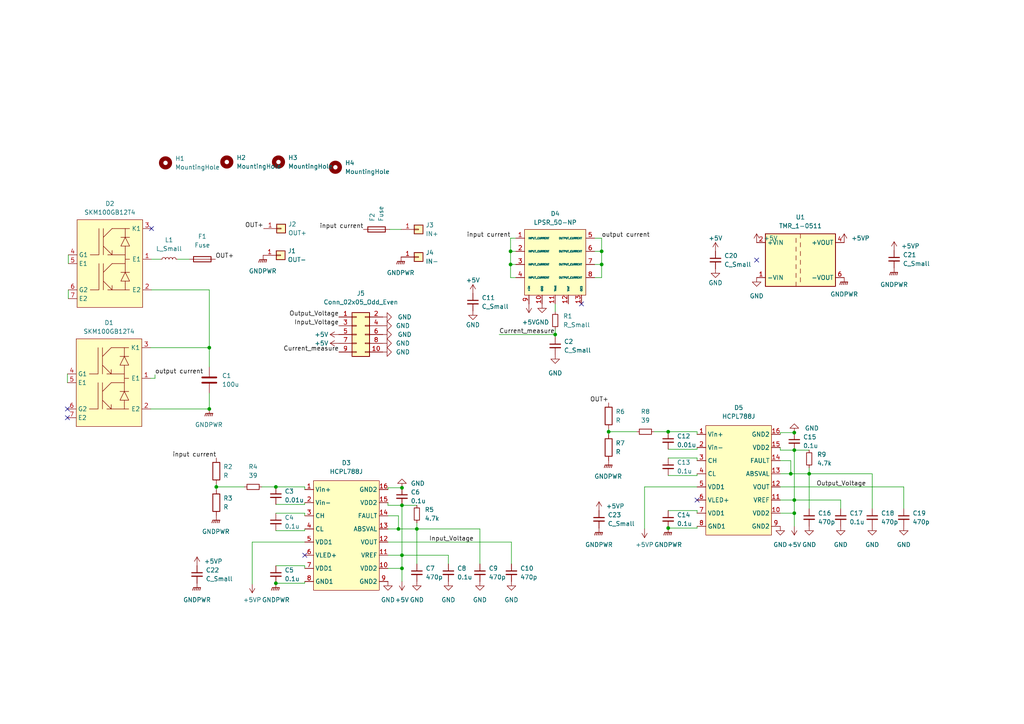
<source format=kicad_sch>
(kicad_sch (version 20211123) (generator eeschema)
  (paper "A4")
  (lib_symbols
    (symbol "Connector_Generic:Conn_01x01" (pin_names (offset 1.016) hide)
      (property "Reference" "J" (at 0 2.54 0))
      (property "Value" "Conn_01x01" (at 0 -2.54 0))
      (symbol "Conn_01x01_1_1"
        (rectangle (start -1.27 0.127) (end 0 -0.127) (stroke (width 0.1524)))
        (rectangle (start -1.27 1.27) (end 1.27 -1.27) (stroke (width 0.254)) (fill (type background)))
        (pin passive line (at -5.08 0 0) (length 3.81) (name "Pin_1") (number "1"))
      )
    )
    (symbol "Connector_Generic:Conn_02x05_Odd_Even" (pin_names (offset 1.016) hide)
      (property "Reference" "J" (at 1.27 7.62 0))
      (property "Value" "Conn_02x05_Odd_Even" (at 1.27 -7.62 0))
      (symbol "Conn_02x05_Odd_Even_1_1"
        (rectangle (start -1.27 -4.953) (end 0 -5.207) (stroke (width 0.1524)))
        (rectangle (start -1.27 -2.413) (end 0 -2.667) (stroke (width 0.1524)))
        (rectangle (start -1.27 0.127) (end 0 -0.127) (stroke (width 0.1524)))
        (rectangle (start -1.27 2.667) (end 0 2.413) (stroke (width 0.1524)))
        (rectangle (start -1.27 5.207) (end 0 4.953) (stroke (width 0.1524)))
        (rectangle (start -1.27 6.35) (end 3.81 -6.35) (stroke (width 0.254)) (fill (type background)))
        (rectangle (start 3.81 -4.953) (end 2.54 -5.207) (stroke (width 0.1524)))
        (rectangle (start 3.81 -2.413) (end 2.54 -2.667) (stroke (width 0.1524)))
        (rectangle (start 3.81 0.127) (end 2.54 -0.127) (stroke (width 0.1524)))
        (rectangle (start 3.81 2.667) (end 2.54 2.413) (stroke (width 0.1524)))
        (rectangle (start 3.81 5.207) (end 2.54 4.953) (stroke (width 0.1524)))
        (pin passive line (at -5.08 5.08 0) (length 3.81) (name "Pin_1") (number "1"))
        (pin passive line (at 7.62 -5.08 180) (length 3.81) (name "Pin_10") (number "10"))
        (pin passive line (at 7.62 5.08 180) (length 3.81) (name "Pin_2") (number "2"))
        (pin passive line (at -5.08 2.54 0) (length 3.81) (name "Pin_3") (number "3"))
        (pin passive line (at 7.62 2.54 180) (length 3.81) (name "Pin_4") (number "4"))
        (pin passive line (at -5.08 0 0) (length 3.81) (name "Pin_5") (number "5"))
        (pin passive line (at 7.62 0 180) (length 3.81) (name "Pin_6") (number "6"))
        (pin passive line (at -5.08 -2.54 0) (length 3.81) (name "Pin_7") (number "7"))
        (pin passive line (at 7.62 -2.54 180) (length 3.81) (name "Pin_8") (number "8"))
        (pin passive line (at -5.08 -5.08 0) (length 3.81) (name "Pin_9") (number "9"))
      )
    )
    (symbol "Device:C" (pin_numbers hide) (pin_names (offset 0.254))
      (property "Reference" "C" (at 0.635 2.54 0))
      (property "Value" "C" (at 0.635 -2.54 0))
      (symbol "C_0_1"
        (polyline (pts (xy -2.032 -0.762) (xy 2.032 -0.762)) (stroke (width 0.508)))
        (polyline (pts (xy -2.032 0.762) (xy 2.032 0.762)) (stroke (width 0.508)))
      )
      (symbol "C_1_1"
        (pin passive line (at 0 3.81 270) (length 2.794) (name "~") (number "1"))
        (pin passive line (at 0 -3.81 90) (length 2.794) (name "~") (number "2"))
      )
    )
    (symbol "Device:C_Small" (pin_numbers hide) (pin_names (offset 0.254) hide)
      (property "Reference" "C" (at 0.254 1.778 0))
      (property "Value" "C_Small" (at 0.254 -2.032 0))
      (symbol "C_Small_0_1"
        (polyline (pts (xy -1.524 -0.508) (xy 1.524 -0.508)) (stroke (width 0.3302)))
        (polyline (pts (xy -1.524 0.508) (xy 1.524 0.508)) (stroke (width 0.3048)))
      )
      (symbol "C_Small_1_1"
        (pin passive line (at 0 2.54 270) (length 2.032) (name "~") (number "1"))
        (pin passive line (at 0 -2.54 90) (length 2.032) (name "~") (number "2"))
      )
    )
    (symbol "Device:Fuse" (pin_numbers hide) (pin_names (offset 0))
      (property "Reference" "F" (at 2.032 0 90))
      (property "Value" "Fuse" (at -1.905 0 90))
      (symbol "Fuse_0_1"
        (rectangle (start -0.762 -2.54) (end 0.762 2.54) (stroke (width 0.254)))
        (polyline (pts (xy 0 2.54) (xy 0 -2.54)))
      )
      (symbol "Fuse_1_1"
        (pin passive line (at 0 3.81 270) (length 1.27) (name "~") (number "1"))
        (pin passive line (at 0 -3.81 90) (length 1.27) (name "~") (number "2"))
      )
    )
    (symbol "Device:L_Small" (pin_numbers hide) (pin_names (offset 0.254) hide)
      (property "Reference" "L" (at 0.762 1.016 0))
      (property "Value" "L_Small" (at 0.762 -1.016 0))
      (symbol "L_Small_0_1"
        (arc (start 0 -2.032) (mid 0.508 -1.524) (end 0 -1.016))
        (arc (start 0 -1.016) (mid 0.508 -0.508) (end 0 0))
        (arc (start 0 0) (mid 0.508 0.508) (end 0 1.016))
        (arc (start 0 1.016) (mid 0.508 1.524) (end 0 2.032))
      )
      (symbol "L_Small_1_1"
        (pin passive line (at 0 2.54 270) (length 0.508) (name "~") (number "1"))
        (pin passive line (at 0 -2.54 90) (length 0.508) (name "~") (number "2"))
      )
    )
    (symbol "Device:R" (pin_numbers hide) (pin_names (offset 0))
      (property "Reference" "R" (at 2.032 0 90))
      (property "Value" "R" (at 0 0 90))
      (symbol "R_0_1"
        (rectangle (start -1.016 -2.54) (end 1.016 2.54) (stroke (width 0.254)))
      )
      (symbol "R_1_1"
        (pin passive line (at 0 3.81 270) (length 1.27) (name "~") (number "1"))
        (pin passive line (at 0 -3.81 90) (length 1.27) (name "~") (number "2"))
      )
    )
    (symbol "Device:R_Small" (pin_numbers hide) (pin_names (offset 0.254) hide)
      (property "Reference" "R" (at 0.762 0.508 0))
      (property "Value" "R_Small" (at 0.762 -1.016 0))
      (symbol "R_Small_0_1"
        (rectangle (start -0.762 1.778) (end 0.762 -1.778) (stroke (width 0.2032)))
      )
      (symbol "R_Small_1_1"
        (pin passive line (at 0 2.54 270) (length 0.762) (name "~") (number "1"))
        (pin passive line (at 0 -2.54 90) (length 0.762) (name "~") (number "2"))
      )
    )
    (symbol "HCPL:HCPL788J"
      (property "Reference" "D" (at 0 3.81 0))
      (property "Value" "HCPL788J" (at 0 1.27 0))
      (symbol "HCPL788J_0_1"
        (rectangle (start -10.16 0) (end 8.89 -31.75) (fill (type background)))
      )
      (symbol "HCPL788J_1_1"
        (pin input line (at -12.7 -2.54 0) (length 2.54) (name "Vin+") (number "1"))
        (pin input line (at 11.43 -25.4 180) (length 2.54) (name "VDD2") (number "10"))
        (pin input line (at 11.43 -21.59 180) (length 2.54) (name "VREF") (number "11"))
        (pin input line (at 11.43 -17.78 180) (length 2.54) (name "VOUT") (number "12"))
        (pin input line (at 11.43 -13.97 180) (length 2.54) (name "ABSVAL") (number "13"))
        (pin input line (at 11.43 -10.16 180) (length 2.54) (name "FAULT") (number "14"))
        (pin input line (at 11.43 -6.35 180) (length 2.54) (name "VDD2") (number "15"))
        (pin input line (at 11.43 -2.54 180) (length 2.54) (name "GND2") (number "16"))
        (pin input line (at -12.7 -6.35 0) (length 2.54) (name "Vin-") (number "2"))
        (pin input line (at -12.7 -10.16 0) (length 2.54) (name "CH") (number "3"))
        (pin input line (at -12.7 -13.97 0) (length 2.54) (name "CL") (number "4"))
        (pin input line (at -12.7 -17.78 0) (length 2.54) (name "VDD1") (number "5"))
        (pin input line (at -12.7 -21.59 0) (length 2.54) (name "VLED+") (number "6"))
        (pin input line (at -12.7 -25.4 0) (length 2.54) (name "VDD1") (number "7"))
        (pin input line (at -12.7 -29.21 0) (length 2.54) (name "GND1") (number "8"))
        (pin input line (at 11.43 -29.21 180) (length 2.54) (name "GND2") (number "9"))
      )
    )
    (symbol "LPSR:LPSR_50-NP" (pin_names (offset 1.016))
      (property "Reference" "D" (at 0 0 0))
      (property "Value" "LPSR_50-NP" (at 0 -2.54 0))
      (symbol "LPSR_50-NP_0_1"
        (rectangle (start -8.89 -5.08) (end 8.89 -24.13) (fill (type background)))
      )
      (symbol "LPSR_50-NP_1_1"
        (pin input line (at -11.43 -7.62 0) (length 2.54) (name "INPUT_CURRENT") (number "1"))
        (pin input line (at -3.81 -26.67 90) (length 2.54) (name "GND") (number "10"))
        (pin input line (at 0 -26.67 90) (length 2.54) (name "Vout") (number "11"))
        (pin input line (at 3.81 -26.67 90) (length 2.54) (name "Vref") (number "12"))
        (pin input line (at 7.62 -26.67 90) (length 2.54) (name "OCD") (number "13"))
        (pin input line (at -11.43 -11.43 0) (length 2.54) (name "INPUT_CURRENT") (number "2"))
        (pin input line (at -11.43 -15.24 0) (length 2.54) (name "INPUT_CURRENT") (number "3"))
        (pin input line (at -11.43 -19.05 0) (length 2.54) (name "INPUT_CURRENT") (number "4"))
        (pin input line (at 11.43 -7.62 180) (length 2.54) (name "OUTPUT_CURRENT") (number "5"))
        (pin input line (at 11.43 -11.43 180) (length 2.54) (name "OUTPUT_CURRENT") (number "6"))
        (pin input line (at 11.43 -15.24 180) (length 2.54) (name "OUTPUT_CURRENT") (number "7"))
        (pin input line (at 11.43 -19.05 180) (length 2.54) (name "OUTPUT_CURRENT") (number "8"))
        (pin input line (at -7.62 -26.67 90) (length 2.54) (name "+Uc") (number "9"))
      )
    )
    (symbol "Mechanical:MountingHole" (pin_names (offset 1.016))
      (property "Reference" "H" (at 0 5.08 0))
      (property "Value" "MountingHole" (at 0 3.175 0))
      (symbol "MountingHole_0_1"
        (circle (center 0 0) (radius 1.27) (stroke (width 1.27)))
      )
    )
    (symbol "Regulator_Switching:TMR_1-0511"
      (property "Reference" "U" (at -8.89 8.89 0))
      (property "Value" "TMR_1-0511" (at 10.16 8.89 0))
      (symbol "TMR_1-0511_0_1"
        (rectangle (start -10.16 7.62) (end 10.16 -7.62) (stroke (width 0.254)) (fill (type background)))
        (polyline (pts (xy -1.27 -7.62) (xy -1.27 -6.35)))
        (polyline (pts (xy -1.27 -5.08) (xy -1.27 -3.81)))
        (polyline (pts (xy -1.27 -2.54) (xy -1.27 -1.27)))
        (polyline (pts (xy -1.27 0) (xy -1.27 1.27)))
        (polyline (pts (xy -1.27 2.54) (xy -1.27 3.81)))
        (polyline (pts (xy -1.27 5.08) (xy -1.27 6.35)))
        (polyline (pts (xy 0 -5.08) (xy 0 -6.35)))
        (polyline (pts (xy 0 -2.54) (xy 0 -3.81)))
        (polyline (pts (xy 0 0) (xy 0 -1.27)))
        (polyline (pts (xy 0 2.54) (xy 0 1.27)))
        (polyline (pts (xy 0 5.08) (xy 0 3.81)))
        (polyline (pts (xy 0 7.62) (xy 0 6.35)))
      )
      (symbol "TMR_1-0511_1_1"
        (pin power_in line (at -12.7 -5.08 0) (length 2.54) (name "-VIN") (number "1"))
        (pin power_in line (at -12.7 5.08 0) (length 2.54) (name "+VIN") (number "2"))
        (pin power_out line (at 12.7 5.08 180) (length 2.54) (name "+VOUT") (number "4"))
        (pin power_out line (at 12.7 -5.08 180) (length 2.54) (name "-VOUT") (number "6"))
      )
    )
    (symbol "SKM100GB12T4_1"
      (property "Reference" "D?" (at -0.635 4.699 0))
      (property "Value" "SKM100GB12T4" (at -0.635 2.159 0))
      (symbol "SKM100GB12T4_1_0_1"
        (polyline (pts (xy 3.81 -20.32) (xy 5.08 -20.32)))
        (polyline (pts (xy 3.81 -2.54) (xy 5.08 -2.54)))
        (polyline (pts (xy -3.81 -12.7) (xy -3.81 -20.32) (xy -6.35 -20.32)))
        (polyline (pts (xy -3.81 -2.54) (xy -3.81 -10.16) (xy -6.35 -10.16)))
        (polyline (pts (xy 3.81 -17.78) (xy 3.81 -20.32) (xy 0 -20.32)))
        (polyline (pts (xy 3.81 -15.24) (xy 3.81 -12.7) (xy 0 -12.7)))
        (polyline (pts (xy 3.81 -7.62) (xy 3.81 -10.16) (xy 0 -10.16)))
        (polyline (pts (xy 3.81 -5.08) (xy 3.81 -2.54) (xy 0 -2.54)))
        (polyline (pts (xy 3.81 -10.16) (xy 3.81 -12.7) (xy 3.81 -11.43) (xy 5.08 -11.43)))
        (polyline (pts (xy 2.54 -15.24) (xy 5.08 -15.24) (xy 3.81 -15.24) (xy 2.54 -17.78) (xy 5.08 -17.78) (xy 3.81 -15.24)))
        (polyline (pts (xy 2.54 -5.08) (xy 5.08 -5.08) (xy 3.81 -5.08) (xy 2.54 -7.62) (xy 5.08 -7.62) (xy 3.81 -5.08)))
        (polyline (pts (xy 0 -12.7) (xy -2.54 -15.24) (xy -2.54 -12.7) (xy -2.54 -20.32) (xy -2.54 -17.78) (xy 0 -20.32) (xy 0 -19.05) (xy 0 -20.32) (xy -1.27 -20.32)))
        (polyline (pts (xy 0 -2.54) (xy -2.54 -5.08) (xy -2.54 -2.54) (xy -2.54 -10.16) (xy -2.54 -7.62) (xy 0 -10.16) (xy 0 -8.89) (xy 0 -10.16) (xy -1.27 -10.16)))
        (rectangle (start 8.89 0) (end -10.16 -25.4) (fill (type background)))
      )
      (symbol "SKM100GB12T4_1_1_1"
        (pin input line (at 11.43 -11.43 180) (length 2.54) (name "E1") (number "1"))
        (pin input line (at 11.43 -20.32 180) (length 2.54) (name "E2") (number "2"))
        (pin input line (at 11.43 -2.54 180) (length 2.54) (name "K1") (number "3"))
        (pin input line (at -12.7 -10.16 0) (length 2.54) (name "G1") (number "4"))
        (pin input line (at -12.7 -12.7 0) (length 2.54) (name "E1") (number "5"))
        (pin input line (at -12.7 -20.32 0) (length 2.54) (name "G2") (number "6"))
        (pin input line (at -12.7 -22.86 0) (length 2.54) (name "E2") (number "7"))
      )
    )
    (symbol "power:+5V" (power) (pin_names (offset 0))
      (property "Value" "+5V" (at 0 3.556 0))
      (symbol "+5V_0_1"
        (polyline (pts (xy -0.762 1.27) (xy 0 2.54)))
        (polyline (pts (xy 0 0) (xy 0 2.54)))
        (polyline (pts (xy 0 2.54) (xy 0.762 1.27)))
      )
      (symbol "+5V_1_1"
        (pin power_in line (at 0 0 90) (length 0) hide (name "+5V") (number "1"))
      )
    )
    (symbol "power:+5VP" (power) (pin_names (offset 0))
      (property "Value" "+5VP" (at 0 3.556 0))
      (symbol "+5VP_0_1"
        (polyline (pts (xy -0.762 1.27) (xy 0 2.54)))
        (polyline (pts (xy 0 0) (xy 0 2.54)))
        (polyline (pts (xy 0 2.54) (xy 0.762 1.27)))
      )
      (symbol "+5VP_1_1"
        (pin power_in line (at 0 0 90) (length 0) hide (name "+5VP") (number "1"))
      )
    )
    (symbol "power:GND" (power) (pin_names (offset 0))
      (property "Value" "GND" (at 0 -3.81 0))
      (symbol "GND_0_1"
        (polyline (pts (xy 0 0) (xy 0 -1.27) (xy 1.27 -1.27) (xy 0 -2.54) (xy -1.27 -1.27) (xy 0 -1.27)))
      )
      (symbol "GND_1_1"
        (pin power_in line (at 0 0 270) (length 0) hide (name "GND") (number "1"))
      )
    )
    (symbol "power:GNDPWR" (power) (pin_names (offset 0))
      (property "Value" "GNDPWR" (at 0 -3.302 0))
      (symbol "GNDPWR_0_1"
        (polyline (pts (xy 0 -1.27) (xy 0 0)))
        (polyline (pts (xy -1.016 -1.27) (xy -1.27 -2.032) (xy -1.27 -2.032)) (stroke (width 0.2032)))
        (polyline (pts (xy -0.508 -1.27) (xy -0.762 -2.032) (xy -0.762 -2.032)) (stroke (width 0.2032)))
        (polyline (pts (xy 0 -1.27) (xy -0.254 -2.032) (xy -0.254 -2.032)) (stroke (width 0.2032)))
        (polyline (pts (xy 0.508 -1.27) (xy 0.254 -2.032) (xy 0.254 -2.032)) (stroke (width 0.2032)))
        (polyline (pts (xy 1.016 -1.27) (xy -1.016 -1.27) (xy -1.016 -1.27)) (stroke (width 0.2032)))
        (polyline (pts (xy 1.016 -1.27) (xy 0.762 -2.032) (xy 0.762 -2.032) (xy 0.762 -2.032)) (stroke (width 0.2032)))
      )
      (symbol "GNDPWR_1_1"
        (pin power_in line (at 0 0 270) (length 0) hide (name "GNDPWR") (number "1"))
      )
    )
  )
  (junction (at 62.738 141.224))
  (junction (at 60.706 100.838))
  (junction (at 120.904 153.416))
  (junction (at 148.082 76.708))
  (junction (at 230.378 145.034))
  (junction (at 161.036 97.028))
  (junction (at 115.57 153.416))
  (junction (at 193.802 153.162))
  (junction (at 116.586 161.036))
  (junction (at 116.586 146.558))
  (junction (at 174.498 72.898))
  (junction (at 174.498 76.708))
  (junction (at 234.696 137.414))
  (junction (at 148.082 72.898))
  (junction (at 229.362 137.414))
  (junction (at 60.706 118.618))
  (junction (at 80.01 169.164))
  (junction (at 80.01 141.224))
  (junction (at 230.378 148.844))
  (junction (at 116.586 164.846))
  (junction (at 230.378 130.556))
  (junction (at 116.586 141.478))
  (junction (at 230.378 125.476))
  (junction (at 176.53 125.222))
  (junction (at 193.802 125.222))
  (no_connect (at 88.392 161.036))
  (no_connect (at 202.184 145.034))
  (no_connect (at 19.558 118.618))
  (no_connect (at 19.558 121.158))
  (no_connect (at 43.942 66.294))
  (no_connect (at 168.656 88.138))
  (no_connect (at 219.456 75.438))
  (wire (pts (xy 189.738 125.222) (xy 193.802 125.222)))
  (wire (pts (xy 80.01 153.924) (xy 88.392 153.924)))
  (wire (pts (xy 202.184 137.922) (xy 202.184 137.414)))
  (wire (pts (xy 116.586 146.558) (xy 112.522 146.558)))
  (wire (pts (xy 43.688 100.838) (xy 60.706 100.838)))
  (wire (pts (xy 234.696 137.414) (xy 252.984 137.414)))
  (wire (pts (xy 19.558 108.458) (xy 19.558 110.998)))
  (wire (pts (xy 161.036 95.504) (xy 161.036 97.028)))
  (wire (pts (xy 161.036 88.138) (xy 161.036 90.424)))
  (wire (pts (xy 19.812 84.074) (xy 19.812 86.614)))
  (wire (pts (xy 252.984 137.414) (xy 252.984 147.574)))
  (wire (pts (xy 62.738 141.224) (xy 70.866 141.224)))
  (wire (pts (xy 243.84 145.034) (xy 243.84 147.574)))
  (wire (pts (xy 172.466 69.088) (xy 174.498 69.088)))
  (wire (pts (xy 202.184 125.222) (xy 202.184 125.984)))
  (wire (pts (xy 230.378 148.844) (xy 230.378 152.654)))
  (wire (pts (xy 262.128 141.224) (xy 262.128 147.574)))
  (wire (pts (xy 229.362 137.414) (xy 234.696 137.414)))
  (wire (pts (xy 234.696 137.414) (xy 234.696 147.574)))
  (wire (pts (xy 80.01 169.164) (xy 88.392 169.164)))
  (wire (pts (xy 115.57 153.416) (xy 120.904 153.416)))
  (wire (pts (xy 80.01 148.844) (xy 88.392 148.844)))
  (wire (pts (xy 226.314 133.604) (xy 229.362 133.604)))
  (wire (pts (xy 116.586 141.478) (xy 112.522 141.478)))
  (wire (pts (xy 51.562 75.184) (xy 54.864 75.184)))
  (wire (pts (xy 112.522 164.846) (xy 116.586 164.846)))
  (wire (pts (xy 230.378 130.556) (xy 226.314 130.556)))
  (wire (pts (xy 116.586 146.558) (xy 116.586 161.036)))
  (wire (pts (xy 176.53 125.222) (xy 176.53 125.984)))
  (wire (pts (xy 88.392 164.084) (xy 88.392 164.846)))
  (wire (pts (xy 112.522 146.558) (xy 112.522 145.796)))
  (wire (pts (xy 193.802 137.922) (xy 202.184 137.922)))
  (wire (pts (xy 161.036 97.028) (xy 161.036 97.79)))
  (wire (pts (xy 172.466 76.708) (xy 174.498 76.708)))
  (wire (pts (xy 60.706 84.074) (xy 60.706 100.838)))
  (wire (pts (xy 144.78 97.028) (xy 161.036 97.028)))
  (wire (pts (xy 176.53 125.222) (xy 184.658 125.222)))
  (wire (pts (xy 234.696 135.636) (xy 234.696 137.414)))
  (wire (pts (xy 60.706 114.046) (xy 60.706 118.618)))
  (wire (pts (xy 149.606 69.088) (xy 148.082 69.088)))
  (wire (pts (xy 112.522 141.478) (xy 112.522 141.986)))
  (wire (pts (xy 80.01 141.224) (xy 88.392 141.224)))
  (wire (pts (xy 148.082 80.518) (xy 148.082 76.708)))
  (wire (pts (xy 202.184 148.082) (xy 202.184 148.844)))
  (wire (pts (xy 193.802 148.082) (xy 202.184 148.082)))
  (wire (pts (xy 116.586 161.036) (xy 116.586 164.846)))
  (wire (pts (xy 148.082 69.088) (xy 148.082 72.898)))
  (wire (pts (xy 112.522 149.606) (xy 115.57 149.606)))
  (wire (pts (xy 62.738 140.462) (xy 62.738 141.224)))
  (wire (pts (xy 120.904 153.416) (xy 139.192 153.416)))
  (wire (pts (xy 43.942 75.184) (xy 46.482 75.184)))
  (wire (pts (xy 115.57 149.606) (xy 115.57 153.416)))
  (wire (pts (xy 19.812 73.914) (xy 19.812 76.454)))
  (wire (pts (xy 73.152 169.418) (xy 73.152 157.226)))
  (wire (pts (xy 80.01 146.304) (xy 88.392 146.304)))
  (wire (pts (xy 88.392 148.844) (xy 88.392 149.606)))
  (wire (pts (xy 120.904 151.638) (xy 120.904 153.416)))
  (wire (pts (xy 193.802 132.842) (xy 202.184 132.842)))
  (wire (pts (xy 202.184 132.842) (xy 202.184 133.604)))
  (wire (pts (xy 174.498 72.898) (xy 174.498 76.708)))
  (wire (pts (xy 226.314 145.034) (xy 230.378 145.034)))
  (wire (pts (xy 75.946 141.224) (xy 80.01 141.224)))
  (wire (pts (xy 193.802 153.162) (xy 202.184 153.162)))
  (wire (pts (xy 130.048 161.036) (xy 130.048 163.576)))
  (wire (pts (xy 112.522 161.036) (xy 116.586 161.036)))
  (wire (pts (xy 116.586 146.558) (xy 120.904 146.558)))
  (wire (pts (xy 230.378 145.034) (xy 243.84 145.034)))
  (wire (pts (xy 226.314 130.556) (xy 226.314 129.794)))
  (wire (pts (xy 88.392 169.164) (xy 88.392 168.656)))
  (wire (pts (xy 193.802 130.302) (xy 202.184 130.302)))
  (wire (pts (xy 202.184 130.302) (xy 202.184 129.794)))
  (wire (pts (xy 148.082 76.708) (xy 149.606 76.708)))
  (wire (pts (xy 88.392 141.224) (xy 88.392 141.986)))
  (wire (pts (xy 88.392 153.924) (xy 88.392 153.416)))
  (wire (pts (xy 186.944 141.224) (xy 202.184 141.224)))
  (wire (pts (xy 112.522 153.416) (xy 115.57 153.416)))
  (wire (pts (xy 43.942 84.074) (xy 60.706 84.074)))
  (wire (pts (xy 230.378 130.556) (xy 234.696 130.556)))
  (wire (pts (xy 116.586 164.846) (xy 116.586 168.656)))
  (wire (pts (xy 80.01 164.084) (xy 88.392 164.084)))
  (wire (pts (xy 149.606 80.518) (xy 148.082 80.518)))
  (wire (pts (xy 174.498 80.518) (xy 172.466 80.518)))
  (wire (pts (xy 139.192 153.416) (xy 139.192 163.576)))
  (wire (pts (xy 172.466 72.898) (xy 174.498 72.898)))
  (wire (pts (xy 43.688 118.618) (xy 60.706 118.618)))
  (wire (pts (xy 226.314 141.224) (xy 262.128 141.224)))
  (wire (pts (xy 226.314 148.844) (xy 230.378 148.844)))
  (wire (pts (xy 176.53 124.46) (xy 176.53 125.222)))
  (wire (pts (xy 174.498 69.088) (xy 174.498 72.898)))
  (wire (pts (xy 113.03 66.548) (xy 116.332 66.548)))
  (wire (pts (xy 62.738 141.224) (xy 62.738 141.986)))
  (wire (pts (xy 193.802 125.222) (xy 202.184 125.222)))
  (wire (pts (xy 88.392 146.304) (xy 88.392 145.796)))
  (wire (pts (xy 226.314 137.414) (xy 229.362 137.414)))
  (wire (pts (xy 202.184 153.162) (xy 202.184 152.654)))
  (wire (pts (xy 230.378 130.556) (xy 230.378 145.034)))
  (wire (pts (xy 230.378 145.034) (xy 230.378 148.844)))
  (wire (pts (xy 116.586 161.036) (xy 130.048 161.036)))
  (wire (pts (xy 112.522 157.226) (xy 148.336 157.226)))
  (wire (pts (xy 148.082 72.898) (xy 149.606 72.898)))
  (wire (pts (xy 186.944 153.416) (xy 186.944 141.224)))
  (wire (pts (xy 43.688 109.728) (xy 44.958 109.728)))
  (wire (pts (xy 226.314 125.476) (xy 226.314 125.984)))
  (wire (pts (xy 148.082 76.708) (xy 148.082 72.898)))
  (wire (pts (xy 120.904 153.416) (xy 120.904 163.576)))
  (wire (pts (xy 60.706 100.838) (xy 60.706 106.426)))
  (wire (pts (xy 174.498 76.708) (xy 174.498 80.518)))
  (wire (pts (xy 230.378 125.476) (xy 226.314 125.476)))
  (wire (pts (xy 148.336 157.226) (xy 148.336 163.576)))
  (wire (pts (xy 44.958 109.728) (xy 44.958 108.712)))
  (wire (pts (xy 73.152 157.226) (xy 88.392 157.226)))
  (wire (pts (xy 229.362 133.604) (xy 229.362 137.414)))
  (label "Input_Voltage" (at 137.414 157.226 180))
  (label "Current_measure" (at 144.78 97.028 0))
  (label "output current" (at 44.958 108.712 0))
  (label "input current" (at 148.082 69.088 180))
  (label "input current" (at 62.738 132.842 180))
  (label "output current" (at 174.498 69.088 0))
  (label "OUT+" (at 176.53 116.84 180))
  (label "Output_Voltage" (at 251.206 141.224 180))
  (label "Current_measure" (at 98.298 102.108 180))
  (label "OUT+" (at 62.484 75.184 0))
  (label "input current" (at 105.41 66.548 180))
  (label "Output_Voltage" (at 98.298 91.948 180))
  (label "Input_Voltage" (at 98.298 94.488 180))
  (label "OUT+" (at 76.454 66.294 180))
  (symbol (lib_id "power:+5VP") (at 173.736 148.082 0) (unit 1)
    (property "Reference" "#PWR044" (effects hide))
    (property "Value" "+5VP" (at 175.768 146.8119 0) (effects (justify left)))
  )
  (symbol (lib_id "Device:C_Small") (at 262.128 150.114 0) (unit 1)
    (property "Reference" "C19" (at 264.668 148.8502 0) (effects (justify left)))
    (property "Value" "470p" (at 264.668 151.3902 0) (effects (justify left)))
    (property "Footprint" "Capacitor_SMD:C_0805_2012Metric_Pad1.18x1.45mm_HandSolder" (effects hide))
  )
  (symbol (lib_id "LPSR:LPSR_50-NP") (at 161.036 61.468 0) (unit 1)
    (property "Reference" "D4" (at 161.036 61.976 0))
    (property "Value" "LPSR_50-NP" (at 161.036 64.516 0))
    (property "Footprint" "LPSR:LPSR_50" (effects hide))
  )
  (symbol (lib_id "power:GND") (at 234.696 152.654 0) (unit 1)
    (property "Reference" "#PWR023" (effects hide))
    (property "Value" "GND" (at 234.696 157.988 0))
  )
  (symbol (lib_id "power:GND") (at 226.314 152.654 0) (unit 1)
    (property "Reference" "#PWR021" (effects hide))
    (property "Value" "GND" (at 226.314 157.988 0))
  )
  (symbol (lib_id "power:GND") (at 116.586 141.478 180) (unit 1)
    (property "Reference" "#PWR0101" (effects hide))
    (property "Value" "GND" (at 119.126 140.2079 0) (effects (justify right)))
  )
  (symbol (lib_id "Device:L_Small") (at 49.022 75.184 90) (unit 1)
    (property "Reference" "L1" (at 49.022 69.596 90))
    (property "Value" "L_Small" (at 49.022 72.136 90))
    (property "Footprint" "Inductor_My:Wurth" (effects hide))
  )
  (symbol (lib_id "power:GNDPWR") (at 116.332 74.549 0) (unit 1)
    (property "Reference" "#PWR03" (effects hide))
    (property "Value" "GNDPWR" (at 116.205 79.121 0))
  )
  (symbol (lib_id "Device:R") (at 176.53 120.65 0) (unit 1)
    (property "Reference" "R6" (at 178.562 119.3799 0) (effects (justify left)))
    (property "Value" "R" (at 178.562 121.9199 0) (effects (justify left)))
    (property "Footprint" "Resistor_SMD:R_2512_6332Metric_Pad1.40x3.35mm_HandSolder" (effects hide))
  )
  (symbol (lib_id "HCPL:HCPL788J") (at 214.884 123.444 0) (unit 1)
    (property "Reference" "D5" (at 214.249 118.237 0))
    (property "Value" "HCPL788J" (at 214.249 120.777 0))
    (property "Footprint" "Package_SO:SOIC-16W_7.5x10.3mm_P1.27mm" (effects hide))
  )
  (symbol (lib_id "power:+5V") (at 207.518 72.898 0) (unit 1)
    (property "Reference" "#PWR027" (effects hide))
    (property "Value" "+5V" (at 205.486 69.088 0) (effects (justify left)))
  )
  (symbol (lib_id "power:GNDPWR") (at 259.334 77.724 0) (unit 1)
    (property "Reference" "#PWR034" (effects hide))
    (property "Value" "GNDPWR" (at 259.334 82.55 0))
  )
  (symbol (lib_id "Connector_Generic:Conn_01x01") (at 81.534 66.294 0) (unit 1)
    (property "Reference" "J2" (at 83.566 65.0239 0) (effects (justify left)))
    (property "Value" "OUT+" (at 83.566 67.5639 0) (effects (justify left)))
    (property "Footprint" "Connector Power:M5" (effects hide))
  )
  (symbol (lib_id "power:+5VP") (at 73.152 169.418 180) (unit 1)
    (property "Reference" "#PWR05" (effects hide))
    (property "Value" "+5VP" (at 73.152 173.99 0))
  )
  (symbol (lib_name "SKM100GB12T4_1") (lib_id "IGBT_Modul:SKM100GB12T4") (at 32.258 98.298 0) (unit 1)
    (property "Reference" "D1" (at 31.623 93.599 0))
    (property "Value" "SKM100GB12T4" (at 31.623 96.139 0))
    (property "Footprint" "IGBT_Modul:SEMITRANS_2" (effects hide))
  )
  (symbol (lib_id "power:GND") (at 120.904 168.656 0) (unit 1)
    (property "Reference" "#PWR09" (effects hide))
    (property "Value" "GND" (at 120.904 173.99 0))
  )
  (symbol (lib_id "power:+5V") (at 98.298 97.028 90) (unit 1)
    (property "Reference" "#PWR035" (effects hide))
    (property "Value" "+5V" (at 91.186 97.028 90) (effects (justify right)))
  )
  (symbol (lib_id "Device:C_Small") (at 193.802 150.622 0) (unit 1)
    (property "Reference" "C14" (at 196.342 149.3582 0) (effects (justify left)))
    (property "Value" "0.1u" (at 196.342 151.8982 0) (effects (justify left)))
    (property "Footprint" "Capacitor_SMD:C_0805_2012Metric_Pad1.18x1.45mm_HandSolder" (effects hide))
  )
  (symbol (lib_id "Device:C_Small") (at 80.01 166.624 0) (unit 1)
    (property "Reference" "C5" (at 82.55 165.3602 0) (effects (justify left)))
    (property "Value" "0.1u" (at 82.55 167.9002 0) (effects (justify left)))
    (property "Footprint" "Capacitor_SMD:C_0805_2012Metric_Pad1.18x1.45mm_HandSolder" (effects hide))
  )
  (symbol (lib_id "Device:C_Small") (at 120.904 166.116 0) (unit 1)
    (property "Reference" "C7" (at 123.444 164.8522 0) (effects (justify left)))
    (property "Value" "470p" (at 123.444 167.3922 0) (effects (justify left)))
    (property "Footprint" "Capacitor_SMD:C_0805_2012Metric_Pad1.18x1.45mm_HandSolder" (effects hide))
  )
  (symbol (lib_id "power:GND") (at 219.456 80.518 0) (unit 1)
    (property "Reference" "#PWR030" (effects hide))
    (property "Value" "GND" (at 219.456 85.852 0))
  )
  (symbol (lib_id "power:GND") (at 110.998 102.108 90) (unit 1)
    (property "Reference" "#PWR041" (effects hide))
    (property "Value" "GND" (at 114.808 102.1079 90) (effects (justify right)))
  )
  (symbol (lib_id "power:GNDPWR") (at 244.856 80.518 0) (unit 1)
    (property "Reference" "#PWR032" (effects hide))
    (property "Value" "GNDPWR" (at 244.856 85.344 0))
  )
  (symbol (lib_id "power:+5V") (at 137.16 85.09 0) (unit 1)
    (property "Reference" "#PWR015" (effects hide))
    (property "Value" "+5V" (at 135.128 81.28 0) (effects (justify left)))
  )
  (symbol (lib_id "power:GNDPWR") (at 76.327 74.041 0) (unit 1)
    (property "Reference" "#PWR02" (effects hide))
    (property "Value" "GNDPWR" (at 76.2 78.613 0))
  )
  (symbol (lib_id "Mechanical:MountingHole") (at 80.772 46.99 0) (unit 1)
    (property "Reference" "H3" (at 83.566 45.7199 0) (effects (justify left)))
    (property "Value" "MountingHole" (at 83.566 48.2599 0) (effects (justify left)))
    (property "Footprint" "MountingHole:MountingHole_3.2mm_M3" (effects hide))
  )
  (symbol (lib_id "power:+5VP") (at 186.944 153.416 180) (unit 1)
    (property "Reference" "#PWR019" (effects hide))
    (property "Value" "+5VP" (at 186.944 157.988 0))
  )
  (symbol (lib_id "Device:C_Small") (at 243.84 150.114 0) (unit 1)
    (property "Reference" "C17" (at 246.38 148.8502 0) (effects (justify left)))
    (property "Value" "0.1u" (at 246.38 151.3902 0) (effects (justify left)))
    (property "Footprint" "Capacitor_SMD:C_0805_2012Metric_Pad1.18x1.45mm_HandSolder" (effects hide))
  )
  (symbol (lib_id "power:+5V") (at 230.378 152.654 180) (unit 1)
    (property "Reference" "#PWR022" (effects hide))
    (property "Value" "+5V" (at 230.378 157.988 0))
  )
  (symbol (lib_id "Device:C_Small") (at 139.192 166.116 0) (unit 1)
    (property "Reference" "C9" (at 141.732 164.8522 0) (effects (justify left)))
    (property "Value" "470p" (at 141.732 167.3922 0) (effects (justify left)))
    (property "Footprint" "Capacitor_SMD:C_0805_2012Metric_Pad1.18x1.45mm_HandSolder" (effects hide))
  )
  (symbol (lib_id "power:GND") (at 110.998 91.948 90) (unit 1)
    (property "Reference" "#PWR037" (effects hide))
    (property "Value" "GND" (at 115.316 91.9479 90) (effects (justify right)))
  )
  (symbol (lib_id "power:GND") (at 139.192 168.656 0) (unit 1)
    (property "Reference" "#PWR011" (effects hide))
    (property "Value" "GND" (at 139.192 173.99 0))
  )
  (symbol (lib_id "Device:R") (at 176.53 129.794 0) (unit 1)
    (property "Reference" "R7" (at 178.562 128.5239 0) (effects (justify left)))
    (property "Value" "R" (at 178.562 131.0639 0) (effects (justify left)))
    (property "Footprint" "Resistor_SMD:R_2512_6332Metric_Pad1.40x3.35mm_HandSolder" (effects hide))
  )
  (symbol (lib_id "Device:C_Small") (at 259.334 75.184 0) (unit 1)
    (property "Reference" "C21" (at 261.874 73.9202 0) (effects (justify left)))
    (property "Value" "C_Small" (at 261.874 76.4602 0) (effects (justify left)))
    (property "Footprint" "Capacitor_SMD:C_1210_3225Metric_Pad1.33x2.70mm_HandSolder" (effects hide))
  )
  (symbol (lib_id "Device:C_Small") (at 161.036 100.33 0) (unit 1)
    (property "Reference" "C2" (at 163.576 99.0662 0) (effects (justify left)))
    (property "Value" "C_Small" (at 163.576 101.6062 0) (effects (justify left)))
    (property "Footprint" "Capacitor_SMD:C_0805_2012Metric_Pad1.18x1.45mm_HandSolder" (effects hide))
  )
  (symbol (lib_id "Device:C_Small") (at 193.802 127.762 0) (unit 1)
    (property "Reference" "C12" (at 196.342 126.4982 0) (effects (justify left)))
    (property "Value" "0.01u" (at 196.342 129.0382 0) (effects (justify left)))
    (property "Footprint" "Capacitor_SMD:C_0805_2012Metric_Pad1.18x1.45mm_HandSolder" (effects hide))
  )
  (symbol (lib_id "Device:R_Small") (at 120.904 149.098 0) (unit 1)
    (property "Reference" "R5" (at 123.19 147.8279 0) (effects (justify left)))
    (property "Value" "4.7k" (at 123.19 150.3679 0) (effects (justify left)))
    (property "Footprint" "Resistor_SMD:R_0805_2012Metric_Pad1.20x1.40mm_HandSolder" (effects hide))
  )
  (symbol (lib_id "power:GNDPWR") (at 60.706 118.618 0) (unit 1)
    (property "Reference" "#PWR01" (effects hide))
    (property "Value" "GNDPWR" (at 60.579 123.19 0))
  )
  (symbol (lib_id "Device:C_Small") (at 80.01 151.384 0) (unit 1)
    (property "Reference" "C4" (at 82.55 150.1202 0) (effects (justify left)))
    (property "Value" "0.1u" (at 82.55 152.6602 0) (effects (justify left)))
    (property "Footprint" "Capacitor_SMD:C_0805_2012Metric_Pad1.18x1.45mm_HandSolder" (effects hide))
  )
  (symbol (lib_id "Device:C_Small") (at 252.984 150.114 0) (unit 1)
    (property "Reference" "C18" (at 255.524 148.8502 0) (effects (justify left)))
    (property "Value" "470p" (at 255.524 151.3902 0) (effects (justify left)))
    (property "Footprint" "Capacitor_SMD:C_0805_2012Metric_Pad1.18x1.45mm_HandSolder" (effects hide))
  )
  (symbol (lib_id "Device:Fuse") (at 58.674 75.184 90) (unit 1)
    (property "Reference" "F1" (at 58.674 68.58 90))
    (property "Value" "Fuse" (at 58.674 71.12 90))
    (property "Footprint" "Fuse:Fuse_2512_6332Metric_Pad1.52x3.35mm_HandSolder" (effects hide))
  )
  (symbol (lib_id "power:GND") (at 110.998 99.568 90) (unit 1)
    (property "Reference" "#PWR040" (effects hide))
    (property "Value" "GND" (at 114.808 99.5679 90) (effects (justify right)))
  )
  (symbol (lib_id "power:GND") (at 110.998 94.488 90) (unit 1)
    (property "Reference" "#PWR038" (effects hide))
    (property "Value" "GND" (at 114.808 94.4879 90) (effects (justify right)))
  )
  (symbol (lib_id "Device:C_Small") (at 173.736 150.622 0) (unit 1)
    (property "Reference" "C23" (at 176.276 149.3582 0) (effects (justify left)))
    (property "Value" "C_Small" (at 176.276 151.8982 0) (effects (justify left)))
    (property "Footprint" "Capacitor_SMD:C_0805_2012Metric_Pad1.18x1.45mm_HandSolder" (effects hide))
  )
  (symbol (lib_id "power:GNDPWR") (at 176.53 133.604 0) (unit 1)
    (property "Reference" "#PWR018" (effects hide))
    (property "Value" "GNDPWR" (at 176.403 138.176 0))
  )
  (symbol (lib_id "Device:C_Small") (at 116.586 144.018 0) (unit 1)
    (property "Reference" "C6" (at 119.126 142.7542 0) (effects (justify left)))
    (property "Value" "0.1u" (at 119.126 145.2942 0) (effects (justify left)))
    (property "Footprint" "Capacitor_SMD:C_0805_2012Metric_Pad1.18x1.45mm_HandSolder" (effects hide))
  )
  (symbol (lib_id "Device:C_Small") (at 148.336 166.116 0) (unit 1)
    (property "Reference" "C10" (at 150.876 164.8522 0) (effects (justify left)))
    (property "Value" "470p" (at 150.876 167.3922 0) (effects (justify left)))
    (property "Footprint" "Capacitor_SMD:C_0805_2012Metric_Pad1.18x1.45mm_HandSolder" (effects hide))
  )
  (symbol (lib_id "Device:C_Small") (at 57.15 166.624 0) (unit 1)
    (property "Reference" "C22" (at 59.69 165.3602 0) (effects (justify left)))
    (property "Value" "C_Small" (at 59.69 167.9002 0) (effects (justify left)))
    (property "Footprint" "Capacitor_SMD:C_0805_2012Metric_Pad1.18x1.45mm_HandSolder" (effects hide))
  )
  (symbol (lib_id "power:GND") (at 262.128 152.654 0) (unit 1)
    (property "Reference" "#PWR026" (effects hide))
    (property "Value" "GND" (at 262.128 157.988 0))
  )
  (symbol (lib_id "power:GND") (at 207.518 77.978 0) (unit 1)
    (property "Reference" "#PWR028" (effects hide))
    (property "Value" "GND" (at 207.518 82.042 0))
  )
  (symbol (lib_id "power:GND") (at 110.998 97.028 90) (unit 1)
    (property "Reference" "#PWR039" (effects hide))
    (property "Value" "GND" (at 115.316 97.0279 90) (effects (justify right)))
  )
  (symbol (lib_id "power:GND") (at 137.16 90.17 0) (unit 1)
    (property "Reference" "#PWR016" (effects hide))
    (property "Value" "GND" (at 137.16 94.234 0))
  )
  (symbol (lib_id "power:GNDPWR") (at 80.01 169.164 0) (unit 1)
    (property "Reference" "#PWR06" (effects hide))
    (property "Value" "GNDPWR" (at 80.01 173.99 0))
  )
  (symbol (lib_id "Connector_Generic:Conn_01x01") (at 121.412 74.549 0) (unit 1)
    (property "Reference" "J4" (at 123.444 73.2789 0) (effects (justify left)))
    (property "Value" "IN-" (at 123.444 75.8189 0) (effects (justify left)))
    (property "Footprint" "Connector Power:M5" (effects hide))
  )
  (symbol (lib_id "Device:R_Small") (at 161.036 92.964 0) (unit 1)
    (property "Reference" "R1" (at 163.322 91.6939 0) (effects (justify left)))
    (property "Value" "R_Small" (at 163.322 94.2339 0) (effects (justify left)))
    (property "Footprint" "Resistor_SMD:R_0805_2012Metric_Pad1.20x1.40mm_HandSolder" (effects hide))
  )
  (symbol (lib_id "power:GND") (at 243.84 152.654 0) (unit 1)
    (property "Reference" "#PWR024" (effects hide))
    (property "Value" "GND" (at 243.84 157.988 0))
  )
  (symbol (lib_id "Device:C_Small") (at 193.802 135.382 0) (unit 1)
    (property "Reference" "C13" (at 196.342 134.1182 0) (effects (justify left)))
    (property "Value" "0.1u" (at 196.342 136.6582 0) (effects (justify left)))
    (property "Footprint" "Capacitor_SMD:C_0805_2012Metric_Pad1.18x1.45mm_HandSolder" (effects hide))
  )
  (symbol (lib_id "power:+5V") (at 153.416 88.138 180) (unit 1)
    (property "Reference" "#PWR013" (effects hide))
    (property "Value" "+5V" (at 153.416 93.472 0))
  )
  (symbol (lib_id "Mechanical:MountingHole") (at 48.006 47.244 0) (unit 1)
    (property "Reference" "H1" (at 50.8 45.9739 0) (effects (justify left)))
    (property "Value" "MountingHole" (at 50.8 48.5139 0) (effects (justify left)))
    (property "Footprint" "MountingHole:MountingHole_3.2mm_M3" (effects hide))
  )
  (symbol (lib_id "Device:C_Small") (at 234.696 150.114 0) (unit 1)
    (property "Reference" "C16" (at 237.236 148.8502 0) (effects (justify left)))
    (property "Value" "470p" (at 237.236 151.3902 0) (effects (justify left)))
    (property "Footprint" "Capacitor_SMD:C_0805_2012Metric_Pad1.18x1.45mm_HandSolder" (effects hide))
  )
  (symbol (lib_id "power:GND") (at 157.226 88.138 0) (unit 1)
    (property "Reference" "#PWR014" (effects hide))
    (property "Value" "GND" (at 157.226 93.472 0))
  )
  (symbol (lib_id "Device:R_Small") (at 234.696 133.096 0) (unit 1)
    (property "Reference" "R9" (at 236.982 131.8259 0) (effects (justify left)))
    (property "Value" "4.7k" (at 236.982 134.3659 0) (effects (justify left)))
    (property "Footprint" "Resistor_SMD:R_0805_2012Metric_Pad1.20x1.40mm_HandSolder" (effects hide))
  )
  (symbol (lib_id "power:GNDPWR") (at 57.15 169.164 0) (unit 1)
    (property "Reference" "#PWR043" (effects hide))
    (property "Value" "GNDPWR" (at 57.15 173.99 0))
  )
  (symbol (lib_id "Mechanical:MountingHole") (at 65.786 46.99 0) (unit 1)
    (property "Reference" "H2" (at 68.58 45.7199 0) (effects (justify left)))
    (property "Value" "MountingHole" (at 68.58 48.2599 0) (effects (justify left)))
    (property "Footprint" "MountingHole:MountingHole_3.2mm_M3" (effects hide))
  )
  (symbol (lib_id "Device:R_Small") (at 187.198 125.222 90) (unit 1)
    (property "Reference" "R8" (at 187.198 119.38 90))
    (property "Value" "39" (at 187.198 121.92 90))
    (property "Footprint" "Resistor_SMD:R_0805_2012Metric_Pad1.20x1.40mm_HandSolder" (effects hide))
  )
  (symbol (lib_id "Device:C_Small") (at 130.048 166.116 0) (unit 1)
    (property "Reference" "C8" (at 132.588 164.8522 0) (effects (justify left)))
    (property "Value" "0.1u" (at 132.588 167.3922 0) (effects (justify left)))
    (property "Footprint" "Capacitor_SMD:C_0805_2012Metric_Pad1.18x1.45mm_HandSolder" (effects hide))
  )
  (symbol (lib_id "power:GND") (at 148.336 168.656 0) (unit 1)
    (property "Reference" "#PWR012" (effects hide))
    (property "Value" "GND" (at 148.336 173.99 0))
  )
  (symbol (lib_id "power:GND") (at 230.378 125.476 180) (unit 1)
    (property "Reference" "#PWR0102" (effects hide))
    (property "Value" "GND" (at 233.426 124.2059 0) (effects (justify right)))
  )
  (symbol (lib_id "power:GNDPWR") (at 62.738 149.606 0) (unit 1)
    (property "Reference" "#PWR04" (effects hide))
    (property "Value" "GNDPWR" (at 62.611 154.178 0))
  )
  (symbol (lib_id "Regulator_Switching:TMR_1-0511") (at 232.156 75.438 0) (unit 1)
    (property "Reference" "U1" (at 232.156 62.992 0))
    (property "Value" "TMR_1-0511" (at 232.156 65.532 0))
    (property "Footprint" "Converter_DCDC:Converter_DCDC_TRACO_TMR-1-xxxx_Single_THT" (effects hide))
    (property "Datasheet" "http://assets.tracopower.com/TMR1/documents/tmr1-datasheet.pdf" (effects hide))
  )
  (symbol (lib_id "power:+5V") (at 98.298 99.568 90) (unit 1)
    (property "Reference" "#PWR036" (effects hide))
    (property "Value" "+5V" (at 91.186 99.568 90) (effects (justify right)))
  )
  (symbol (lib_id "Device:C_Small") (at 207.518 75.438 0) (unit 1)
    (property "Reference" "C20" (at 210.058 74.1742 0) (effects (justify left)))
    (property "Value" "C_Small" (at 210.058 76.7142 0) (effects (justify left)))
    (property "Footprint" "Capacitor_SMD:C_1210_3225Metric_Pad1.33x2.70mm_HandSolder" (effects hide))
  )
  (symbol (lib_id "power:+5VP") (at 259.334 72.644 0) (unit 1)
    (property "Reference" "#PWR033" (effects hide))
    (property "Value" "+5VP" (at 261.366 71.3739 0) (effects (justify left)))
  )
  (symbol (lib_id "power:+5VP") (at 244.856 70.358 0) (unit 1)
    (property "Reference" "#PWR031" (effects hide))
    (property "Value" "+5VP" (at 246.888 69.0879 0) (effects (justify left)))
  )
  (symbol (lib_id "Mechanical:MountingHole") (at 97.282 48.514 0) (unit 1)
    (property "Reference" "H4" (at 100.076 47.2439 0) (effects (justify left)))
    (property "Value" "MountingHole" (at 100.076 49.7839 0) (effects (justify left)))
    (property "Footprint" "MountingHole:MountingHole_3.2mm_M3" (effects hide))
  )
  (symbol (lib_id "Device:R_Small") (at 73.406 141.224 90) (unit 1)
    (property "Reference" "R4" (at 73.406 135.382 90))
    (property "Value" "39" (at 73.406 137.922 90))
    (property "Footprint" "Resistor_SMD:R_0805_2012Metric_Pad1.20x1.40mm_HandSolder" (effects hide))
  )
  (symbol (lib_id "Device:R") (at 62.738 136.652 0) (unit 1)
    (property "Reference" "R2" (at 64.77 135.3819 0) (effects (justify left)))
    (property "Value" "R" (at 64.77 137.9219 0) (effects (justify left)))
    (property "Footprint" "Resistor_SMD:R_2512_6332Metric_Pad1.40x3.35mm_HandSolder" (effects hide))
  )
  (symbol (lib_id "Device:C_Small") (at 137.16 87.63 0) (unit 1)
    (property "Reference" "C11" (at 139.7 86.3662 0) (effects (justify left)))
    (property "Value" "C_Small" (at 139.7 88.9062 0) (effects (justify left)))
    (property "Footprint" "Capacitor_SMD:C_0805_2012Metric_Pad1.18x1.45mm_HandSolder" (effects hide))
  )
  (symbol (lib_id "power:GND") (at 112.522 168.656 0) (unit 1)
    (property "Reference" "#PWR07" (effects hide))
    (property "Value" "GND" (at 112.522 173.99 0))
  )
  (symbol (lib_id "Device:Fuse") (at 109.22 66.548 90) (unit 1)
    (property "Reference" "F2" (at 107.9499 64.262 0) (effects (justify left)))
    (property "Value" "Fuse" (at 110.4899 64.262 0) (effects (justify left)))
    (property "Footprint" "Fuse:Fuse_2920_7451Metric_Pad2.10x5.45mm_HandSolder" (effects hide))
  )
  (symbol (lib_id "power:+5VP") (at 57.15 164.084 0) (unit 1)
    (property "Reference" "#PWR042" (effects hide))
    (property "Value" "+5VP" (at 59.182 162.8139 0) (effects (justify left)))
  )
  (symbol (lib_id "power:GND") (at 161.036 102.87 0) (unit 1)
    (property "Reference" "#PWR017" (effects hide))
    (property "Value" "GND" (at 161.036 108.204 0))
  )
  (symbol (lib_id "power:+5V") (at 219.456 70.358 0) (unit 1)
    (property "Reference" "#PWR029" (effects hide))
    (property "Value" "+5V" (at 221.488 69.0879 0) (effects (justify left)))
  )
  (symbol (lib_id "Connector_Generic:Conn_02x05_Odd_Even") (at 103.378 97.028 0) (unit 1)
    (property "Reference" "J5" (at 104.648 85.09 0))
    (property "Value" "Conn_02x05_Odd_Even" (at 104.648 87.63 0))
    (property "Footprint" "Connector_IDC:IDC-Header_2x05_P2.54mm_Vertical" (effects hide))
  )
  (symbol (lib_id "Device:C_Small") (at 80.01 143.764 0) (unit 1)
    (property "Reference" "C3" (at 82.55 142.5002 0) (effects (justify left)))
    (property "Value" "0.01u" (at 82.55 145.0402 0) (effects (justify left)))
    (property "Footprint" "Capacitor_SMD:C_0805_2012Metric_Pad1.18x1.45mm_HandSolder" (effects hide))
  )
  (symbol (lib_id "power:GNDPWR") (at 173.736 153.162 0) (unit 1)
    (property "Reference" "#PWR045" (effects hide))
    (property "Value" "GNDPWR" (at 173.736 157.988 0))
  )
  (symbol (lib_id "power:GND") (at 252.984 152.654 0) (unit 1)
    (property "Reference" "#PWR025" (effects hide))
    (property "Value" "GND" (at 252.984 157.988 0))
  )
  (symbol (lib_id "Connector_Generic:Conn_01x01") (at 121.412 66.548 0) (unit 1)
    (property "Reference" "J3" (at 123.444 65.2779 0) (effects (justify left)))
    (property "Value" "IN+" (at 123.444 67.8179 0) (effects (justify left)))
    (property "Footprint" "Connector Power:M5" (effects hide))
  )
  (symbol (lib_id "power:GND") (at 130.048 168.656 0) (unit 1)
    (property "Reference" "#PWR010" (effects hide))
    (property "Value" "GND" (at 130.048 173.99 0))
  )
  (symbol (lib_name "SKM100GB12T4_1") (lib_id "IGBT_Modul:SKM100GB12T4") (at 32.512 63.754 0) (unit 1)
    (property "Reference" "D2" (at 31.877 59.055 0))
    (property "Value" "SKM100GB12T4" (at 31.877 61.595 0))
    (property "Footprint" "IGBT_Modul:SEMITRANS_2" (effects hide))
  )
  (symbol (lib_id "power:+5V") (at 116.586 168.656 180) (unit 1)
    (property "Reference" "#PWR08" (effects hide))
    (property "Value" "+5V" (at 116.586 173.99 0))
  )
  (symbol (lib_id "Connector_Generic:Conn_01x01") (at 81.407 74.041 0) (unit 1)
    (property "Reference" "J1" (at 83.439 72.7709 0) (effects (justify left)))
    (property "Value" "OUT-" (at 83.439 75.3109 0) (effects (justify left)))
    (property "Footprint" "Connector Power:M5" (effects hide))
  )
  (symbol (lib_id "HCPL:HCPL788J") (at 101.092 139.446 0) (unit 1)
    (property "Reference" "D3" (at 100.457 134.239 0))
    (property "Value" "HCPL788J" (at 100.457 136.779 0))
    (property "Footprint" "Package_SO:SOIC-16W_7.5x10.3mm_P1.27mm" (effects hide))
  )
  (symbol (lib_id "Device:C") (at 60.706 110.236 0) (unit 1)
    (property "Reference" "C1" (at 64.389 108.9659 0) (effects (justify left)))
    (property "Value" "100u" (at 64.389 111.5059 0) (effects (justify left)))
    (property "Footprint" "Capacitor_4pin:C4AE" (effects hide))
  )
  (symbol (lib_id "Device:R") (at 62.738 145.796 0) (unit 1)
    (property "Reference" "R3" (at 64.77 144.5259 0) (effects (justify left)))
    (property "Value" "R" (at 64.77 147.0659 0) (effects (justify left)))
    (property "Footprint" "Resistor_SMD:R_2512_6332Metric_Pad1.40x3.35mm_HandSolder" (effects hide))
  )
  (symbol (lib_id "Device:C_Small") (at 230.378 128.016 0) (unit 1)
    (property "Reference" "C15" (at 232.918 126.7522 0) (effects (justify left)))
    (property "Value" "0.1u" (at 232.918 129.2922 0) (effects (justify left)))
    (property "Footprint" "Capacitor_SMD:C_0805_2012Metric_Pad1.18x1.45mm_HandSolder" (effects hide))
  )
  (symbol (lib_id "power:GNDPWR") (at 193.802 153.162 0) (unit 1)
    (property "Reference" "#PWR020" (effects hide))
    (property "Value" "GNDPWR" (at 193.802 157.988 0))
  )
)
</source>
